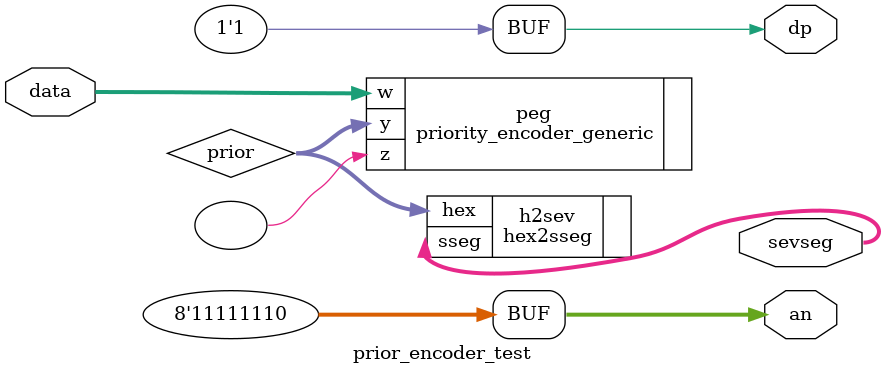
<source format=v>
`timescale 1ns / 1ps


module prior_encoder_test(
    input [15:0] data,
    output [6:0] sevseg,
    output [7:0] an,
    output dp
    );
    wire [7:0] prior;
    priority_encoder_generic peg (.w(data),
                                    .z(),
                                    .y(prior));
    hex2sseg h2sev (.hex(prior),
                    .sseg(sevseg));    
                    
    assign an[7:0] = 8'b11111110;           
    assign dp = 1'b1;
endmodule

</source>
